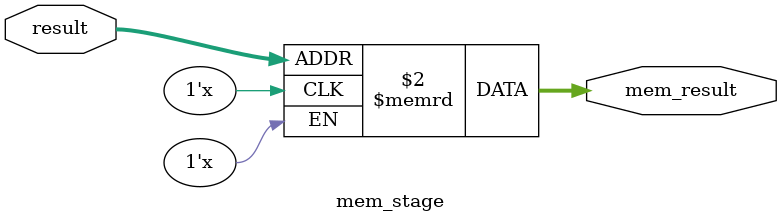
<source format=v>
module mem_stage(
    input [31:0] result, 
    output reg [31:0] mem_result
);
    reg [31:0] memory [0:1023];  // 1 KB memory (for example)

    always @(*) begin
        mem_result = memory[result];  // Dummy memory read operation
    end
endmodule

</source>
